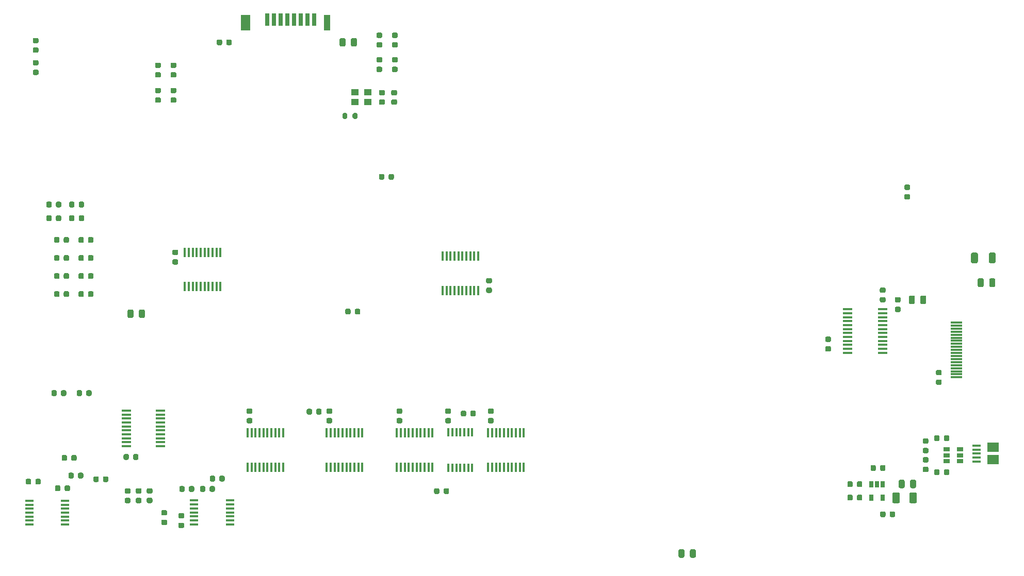
<source format=gbr>
G04 #@! TF.GenerationSoftware,KiCad,Pcbnew,5.1.9+dfsg1-1~bpo10+1*
G04 #@! TF.CreationDate,2023-03-18T13:25:21+01:00*
G04 #@! TF.ProjectId,nubus-to-ztex,6e756275-732d-4746-9f2d-7a7465782e6b,rev?*
G04 #@! TF.SameCoordinates,Original*
G04 #@! TF.FileFunction,Paste,Top*
G04 #@! TF.FilePolarity,Positive*
%FSLAX46Y46*%
G04 Gerber Fmt 4.6, Leading zero omitted, Abs format (unit mm)*
G04 Created by KiCad (PCBNEW 5.1.9+dfsg1-1~bpo10+1) date 2023-03-18 13:25:21*
%MOMM*%
%LPD*%
G01*
G04 APERTURE LIST*
%ADD10R,1.500000X2.600000*%
%ADD11R,1.000000X2.600000*%
%ADD12R,0.700000X2.000000*%
%ADD13R,1.300000X1.100000*%
%ADD14R,1.550000X0.450000*%
%ADD15R,0.450000X1.550000*%
%ADD16R,0.450000X1.450000*%
%ADD17R,1.450000X0.450000*%
%ADD18R,1.570000X0.410000*%
%ADD19R,1.900000X1.500000*%
%ADD20R,1.350000X0.400000*%
%ADD21R,0.650000X1.060000*%
%ADD22R,1.060000X0.650000*%
%ADD23R,1.900000X0.300000*%
G04 APERTURE END LIST*
D10*
X149250000Y-8300000D03*
D11*
X162600000Y-8300000D03*
D12*
X152800000Y-7800000D03*
X153900000Y-7800000D03*
X155000000Y-7800000D03*
X156100000Y-7800000D03*
X157200000Y-7800000D03*
X158300000Y-7800000D03*
X159400000Y-7800000D03*
X160500000Y-7800000D03*
D13*
X169310000Y-21325000D03*
X167210000Y-21325000D03*
X167210000Y-19675000D03*
X169310000Y-19675000D03*
G36*
G01*
X118130000Y-38414584D02*
X118130000Y-37902084D01*
G75*
G02*
X118348750Y-37683334I218750J0D01*
G01*
X118786250Y-37683334D01*
G75*
G02*
X119005000Y-37902084I0J-218750D01*
G01*
X119005000Y-38414584D01*
G75*
G02*
X118786250Y-38633334I-218750J0D01*
G01*
X118348750Y-38633334D01*
G75*
G02*
X118130000Y-38414584I0J218750D01*
G01*
G37*
G36*
G01*
X116555000Y-38414584D02*
X116555000Y-37902084D01*
G75*
G02*
X116773750Y-37683334I218750J0D01*
G01*
X117211250Y-37683334D01*
G75*
G02*
X117430000Y-37902084I0J-218750D01*
G01*
X117430000Y-38414584D01*
G75*
G02*
X117211250Y-38633334I-218750J0D01*
G01*
X116773750Y-38633334D01*
G75*
G02*
X116555000Y-38414584I0J218750D01*
G01*
G37*
G36*
G01*
X118130000Y-40666250D02*
X118130000Y-40153750D01*
G75*
G02*
X118348750Y-39935000I218750J0D01*
G01*
X118786250Y-39935000D01*
G75*
G02*
X119005000Y-40153750I0J-218750D01*
G01*
X119005000Y-40666250D01*
G75*
G02*
X118786250Y-40885000I-218750J0D01*
G01*
X118348750Y-40885000D01*
G75*
G02*
X118130000Y-40666250I0J218750D01*
G01*
G37*
G36*
G01*
X116555000Y-40666250D02*
X116555000Y-40153750D01*
G75*
G02*
X116773750Y-39935000I218750J0D01*
G01*
X117211250Y-39935000D01*
G75*
G02*
X117430000Y-40153750I0J-218750D01*
G01*
X117430000Y-40666250D01*
G75*
G02*
X117211250Y-40885000I-218750J0D01*
G01*
X116773750Y-40885000D01*
G75*
G02*
X116555000Y-40666250I0J218750D01*
G01*
G37*
G36*
G01*
X122702634Y-43720792D02*
X122702634Y-44233292D01*
G75*
G02*
X122483884Y-44452042I-218750J0D01*
G01*
X122046384Y-44452042D01*
G75*
G02*
X121827634Y-44233292I0J218750D01*
G01*
X121827634Y-43720792D01*
G75*
G02*
X122046384Y-43502042I218750J0D01*
G01*
X122483884Y-43502042D01*
G75*
G02*
X122702634Y-43720792I0J-218750D01*
G01*
G37*
G36*
G01*
X124277634Y-43720792D02*
X124277634Y-44233292D01*
G75*
G02*
X124058884Y-44452042I-218750J0D01*
G01*
X123621384Y-44452042D01*
G75*
G02*
X123402634Y-44233292I0J218750D01*
G01*
X123402634Y-43720792D01*
G75*
G02*
X123621384Y-43502042I218750J0D01*
G01*
X124058884Y-43502042D01*
G75*
G02*
X124277634Y-43720792I0J-218750D01*
G01*
G37*
G36*
G01*
X122702634Y-46687458D02*
X122702634Y-47199958D01*
G75*
G02*
X122483884Y-47418708I-218750J0D01*
G01*
X122046384Y-47418708D01*
G75*
G02*
X121827634Y-47199958I0J218750D01*
G01*
X121827634Y-46687458D01*
G75*
G02*
X122046384Y-46468708I218750J0D01*
G01*
X122483884Y-46468708D01*
G75*
G02*
X122702634Y-46687458I0J-218750D01*
G01*
G37*
G36*
G01*
X124277634Y-46687458D02*
X124277634Y-47199958D01*
G75*
G02*
X124058884Y-47418708I-218750J0D01*
G01*
X123621384Y-47418708D01*
G75*
G02*
X123402634Y-47199958I0J218750D01*
G01*
X123402634Y-46687458D01*
G75*
G02*
X123621384Y-46468708I218750J0D01*
G01*
X124058884Y-46468708D01*
G75*
G02*
X124277634Y-46687458I0J-218750D01*
G01*
G37*
G36*
G01*
X122702634Y-49654124D02*
X122702634Y-50166624D01*
G75*
G02*
X122483884Y-50385374I-218750J0D01*
G01*
X122046384Y-50385374D01*
G75*
G02*
X121827634Y-50166624I0J218750D01*
G01*
X121827634Y-49654124D01*
G75*
G02*
X122046384Y-49435374I218750J0D01*
G01*
X122483884Y-49435374D01*
G75*
G02*
X122702634Y-49654124I0J-218750D01*
G01*
G37*
G36*
G01*
X124277634Y-49654124D02*
X124277634Y-50166624D01*
G75*
G02*
X124058884Y-50385374I-218750J0D01*
G01*
X123621384Y-50385374D01*
G75*
G02*
X123402634Y-50166624I0J218750D01*
G01*
X123402634Y-49654124D01*
G75*
G02*
X123621384Y-49435374I218750J0D01*
G01*
X124058884Y-49435374D01*
G75*
G02*
X124277634Y-49654124I0J-218750D01*
G01*
G37*
G36*
G01*
X122702634Y-52620792D02*
X122702634Y-53133292D01*
G75*
G02*
X122483884Y-53352042I-218750J0D01*
G01*
X122046384Y-53352042D01*
G75*
G02*
X121827634Y-53133292I0J218750D01*
G01*
X121827634Y-52620792D01*
G75*
G02*
X122046384Y-52402042I218750J0D01*
G01*
X122483884Y-52402042D01*
G75*
G02*
X122702634Y-52620792I0J-218750D01*
G01*
G37*
G36*
G01*
X124277634Y-52620792D02*
X124277634Y-53133292D01*
G75*
G02*
X124058884Y-53352042I-218750J0D01*
G01*
X123621384Y-53352042D01*
G75*
G02*
X123402634Y-53133292I0J218750D01*
G01*
X123402634Y-52620792D01*
G75*
G02*
X123621384Y-52402042I218750J0D01*
G01*
X124058884Y-52402042D01*
G75*
G02*
X124277634Y-52620792I0J-218750D01*
G01*
G37*
G36*
G01*
X170947939Y-11481035D02*
X171460439Y-11481035D01*
G75*
G02*
X171679189Y-11699785I0J-218750D01*
G01*
X171679189Y-12137285D01*
G75*
G02*
X171460439Y-12356035I-218750J0D01*
G01*
X170947939Y-12356035D01*
G75*
G02*
X170729189Y-12137285I0J218750D01*
G01*
X170729189Y-11699785D01*
G75*
G02*
X170947939Y-11481035I218750J0D01*
G01*
G37*
G36*
G01*
X170947939Y-9906035D02*
X171460439Y-9906035D01*
G75*
G02*
X171679189Y-10124785I0J-218750D01*
G01*
X171679189Y-10562285D01*
G75*
G02*
X171460439Y-10781035I-218750J0D01*
G01*
X170947939Y-10781035D01*
G75*
G02*
X170729189Y-10562285I0J218750D01*
G01*
X170729189Y-10124785D01*
G75*
G02*
X170947939Y-9906035I218750J0D01*
G01*
G37*
G36*
G01*
X173487939Y-11481035D02*
X174000439Y-11481035D01*
G75*
G02*
X174219189Y-11699785I0J-218750D01*
G01*
X174219189Y-12137285D01*
G75*
G02*
X174000439Y-12356035I-218750J0D01*
G01*
X173487939Y-12356035D01*
G75*
G02*
X173269189Y-12137285I0J218750D01*
G01*
X173269189Y-11699785D01*
G75*
G02*
X173487939Y-11481035I218750J0D01*
G01*
G37*
G36*
G01*
X173487939Y-9906035D02*
X174000439Y-9906035D01*
G75*
G02*
X174219189Y-10124785I0J-218750D01*
G01*
X174219189Y-10562285D01*
G75*
G02*
X174000439Y-10781035I-218750J0D01*
G01*
X173487939Y-10781035D01*
G75*
G02*
X173269189Y-10562285I0J218750D01*
G01*
X173269189Y-10124785D01*
G75*
G02*
X173487939Y-9906035I218750J0D01*
G01*
G37*
G36*
G01*
X122410000Y-68893750D02*
X122410000Y-69406250D01*
G75*
G02*
X122191250Y-69625000I-218750J0D01*
G01*
X121753750Y-69625000D01*
G75*
G02*
X121535000Y-69406250I0J218750D01*
G01*
X121535000Y-68893750D01*
G75*
G02*
X121753750Y-68675000I218750J0D01*
G01*
X122191250Y-68675000D01*
G75*
G02*
X122410000Y-68893750I0J-218750D01*
G01*
G37*
G36*
G01*
X123985000Y-68893750D02*
X123985000Y-69406250D01*
G75*
G02*
X123766250Y-69625000I-218750J0D01*
G01*
X123328750Y-69625000D01*
G75*
G02*
X123110000Y-69406250I0J218750D01*
G01*
X123110000Y-68893750D01*
G75*
G02*
X123328750Y-68675000I218750J0D01*
G01*
X123766250Y-68675000D01*
G75*
G02*
X123985000Y-68893750I0J-218750D01*
G01*
G37*
G36*
G01*
X137666250Y-19860293D02*
X137153750Y-19860293D01*
G75*
G02*
X136935000Y-19641543I0J218750D01*
G01*
X136935000Y-19204043D01*
G75*
G02*
X137153750Y-18985293I218750J0D01*
G01*
X137666250Y-18985293D01*
G75*
G02*
X137885000Y-19204043I0J-218750D01*
G01*
X137885000Y-19641543D01*
G75*
G02*
X137666250Y-19860293I-218750J0D01*
G01*
G37*
G36*
G01*
X137666250Y-21435293D02*
X137153750Y-21435293D01*
G75*
G02*
X136935000Y-21216543I0J218750D01*
G01*
X136935000Y-20779043D01*
G75*
G02*
X137153750Y-20560293I218750J0D01*
G01*
X137666250Y-20560293D01*
G75*
G02*
X137885000Y-20779043I0J-218750D01*
G01*
X137885000Y-21216543D01*
G75*
G02*
X137666250Y-21435293I-218750J0D01*
G01*
G37*
G36*
G01*
X135136250Y-19860293D02*
X134623750Y-19860293D01*
G75*
G02*
X134405000Y-19641543I0J218750D01*
G01*
X134405000Y-19204043D01*
G75*
G02*
X134623750Y-18985293I218750J0D01*
G01*
X135136250Y-18985293D01*
G75*
G02*
X135355000Y-19204043I0J-218750D01*
G01*
X135355000Y-19641543D01*
G75*
G02*
X135136250Y-19860293I-218750J0D01*
G01*
G37*
G36*
G01*
X135136250Y-21435293D02*
X134623750Y-21435293D01*
G75*
G02*
X134405000Y-21216543I0J218750D01*
G01*
X134405000Y-20779043D01*
G75*
G02*
X134623750Y-20560293I218750J0D01*
G01*
X135136250Y-20560293D01*
G75*
G02*
X135355000Y-20779043I0J-218750D01*
G01*
X135355000Y-21216543D01*
G75*
G02*
X135136250Y-21435293I-218750J0D01*
G01*
G37*
G36*
G01*
X115056250Y-15300000D02*
X114543750Y-15300000D01*
G75*
G02*
X114325000Y-15081250I0J218750D01*
G01*
X114325000Y-14643750D01*
G75*
G02*
X114543750Y-14425000I218750J0D01*
G01*
X115056250Y-14425000D01*
G75*
G02*
X115275000Y-14643750I0J-218750D01*
G01*
X115275000Y-15081250D01*
G75*
G02*
X115056250Y-15300000I-218750J0D01*
G01*
G37*
G36*
G01*
X115056250Y-16875000D02*
X114543750Y-16875000D01*
G75*
G02*
X114325000Y-16656250I0J218750D01*
G01*
X114325000Y-16218750D01*
G75*
G02*
X114543750Y-16000000I218750J0D01*
G01*
X115056250Y-16000000D01*
G75*
G02*
X115275000Y-16218750I0J-218750D01*
G01*
X115275000Y-16656250D01*
G75*
G02*
X115056250Y-16875000I-218750J0D01*
G01*
G37*
G36*
G01*
X269437500Y-46304998D02*
X269437500Y-47555002D01*
G75*
G02*
X269187502Y-47805000I-249998J0D01*
G01*
X268562498Y-47805000D01*
G75*
G02*
X268312500Y-47555002I0J249998D01*
G01*
X268312500Y-46304998D01*
G75*
G02*
X268562498Y-46055000I249998J0D01*
G01*
X269187502Y-46055000D01*
G75*
G02*
X269437500Y-46304998I0J-249998D01*
G01*
G37*
G36*
G01*
X272362500Y-46304998D02*
X272362500Y-47555002D01*
G75*
G02*
X272112502Y-47805000I-249998J0D01*
G01*
X271487498Y-47805000D01*
G75*
G02*
X271237500Y-47555002I0J249998D01*
G01*
X271237500Y-46304998D01*
G75*
G02*
X271487498Y-46055000I249998J0D01*
G01*
X272112502Y-46055000D01*
G75*
G02*
X272362500Y-46304998I0J-249998D01*
G01*
G37*
G36*
G01*
X166810000Y-23875000D02*
X166810000Y-23325000D01*
G75*
G02*
X167010000Y-23125000I200000J0D01*
G01*
X167410000Y-23125000D01*
G75*
G02*
X167610000Y-23325000I0J-200000D01*
G01*
X167610000Y-23875000D01*
G75*
G02*
X167410000Y-24075000I-200000J0D01*
G01*
X167010000Y-24075000D01*
G75*
G02*
X166810000Y-23875000I0J200000D01*
G01*
G37*
G36*
G01*
X165160000Y-23875000D02*
X165160000Y-23325000D01*
G75*
G02*
X165360000Y-23125000I200000J0D01*
G01*
X165760000Y-23125000D01*
G75*
G02*
X165960000Y-23325000I0J-200000D01*
G01*
X165960000Y-23875000D01*
G75*
G02*
X165760000Y-24075000I-200000J0D01*
G01*
X165360000Y-24075000D01*
G75*
G02*
X165160000Y-23875000I0J200000D01*
G01*
G37*
G36*
G01*
X171885000Y-20225000D02*
X171385000Y-20225000D01*
G75*
G02*
X171160000Y-20000000I0J225000D01*
G01*
X171160000Y-19550000D01*
G75*
G02*
X171385000Y-19325000I225000J0D01*
G01*
X171885000Y-19325000D01*
G75*
G02*
X172110000Y-19550000I0J-225000D01*
G01*
X172110000Y-20000000D01*
G75*
G02*
X171885000Y-20225000I-225000J0D01*
G01*
G37*
G36*
G01*
X171885000Y-21775000D02*
X171385000Y-21775000D01*
G75*
G02*
X171160000Y-21550000I0J225000D01*
G01*
X171160000Y-21100000D01*
G75*
G02*
X171385000Y-20875000I225000J0D01*
G01*
X171885000Y-20875000D01*
G75*
G02*
X172110000Y-21100000I0J-225000D01*
G01*
X172110000Y-21550000D01*
G75*
G02*
X171885000Y-21775000I-225000J0D01*
G01*
G37*
G36*
G01*
X173885000Y-20225000D02*
X173385000Y-20225000D01*
G75*
G02*
X173160000Y-20000000I0J225000D01*
G01*
X173160000Y-19550000D01*
G75*
G02*
X173385000Y-19325000I225000J0D01*
G01*
X173885000Y-19325000D01*
G75*
G02*
X174110000Y-19550000I0J-225000D01*
G01*
X174110000Y-20000000D01*
G75*
G02*
X173885000Y-20225000I-225000J0D01*
G01*
G37*
G36*
G01*
X173885000Y-21775000D02*
X173385000Y-21775000D01*
G75*
G02*
X173160000Y-21550000I0J225000D01*
G01*
X173160000Y-21100000D01*
G75*
G02*
X173385000Y-20875000I225000J0D01*
G01*
X173885000Y-20875000D01*
G75*
G02*
X174110000Y-21100000I0J-225000D01*
G01*
X174110000Y-21550000D01*
G75*
G02*
X173885000Y-21775000I-225000J0D01*
G01*
G37*
G36*
G01*
X270400000Y-50525000D02*
X270400000Y-51475000D01*
G75*
G02*
X270150000Y-51725000I-250000J0D01*
G01*
X269650000Y-51725000D01*
G75*
G02*
X269400000Y-51475000I0J250000D01*
G01*
X269400000Y-50525000D01*
G75*
G02*
X269650000Y-50275000I250000J0D01*
G01*
X270150000Y-50275000D01*
G75*
G02*
X270400000Y-50525000I0J-250000D01*
G01*
G37*
G36*
G01*
X272300000Y-50525000D02*
X272300000Y-51475000D01*
G75*
G02*
X272050000Y-51725000I-250000J0D01*
G01*
X271550000Y-51725000D01*
G75*
G02*
X271300000Y-51475000I0J250000D01*
G01*
X271300000Y-50525000D01*
G75*
G02*
X271550000Y-50275000I250000J0D01*
G01*
X272050000Y-50275000D01*
G75*
G02*
X272300000Y-50525000I0J-250000D01*
G01*
G37*
G36*
G01*
X129215000Y-79896250D02*
X129215000Y-79383750D01*
G75*
G02*
X129433750Y-79165000I218750J0D01*
G01*
X129871250Y-79165000D01*
G75*
G02*
X130090000Y-79383750I0J-218750D01*
G01*
X130090000Y-79896250D01*
G75*
G02*
X129871250Y-80115000I-218750J0D01*
G01*
X129433750Y-80115000D01*
G75*
G02*
X129215000Y-79896250I0J218750D01*
G01*
G37*
G36*
G01*
X130790000Y-79896250D02*
X130790000Y-79383750D01*
G75*
G02*
X131008750Y-79165000I218750J0D01*
G01*
X131446250Y-79165000D01*
G75*
G02*
X131665000Y-79383750I0J-218750D01*
G01*
X131665000Y-79896250D01*
G75*
G02*
X131446250Y-80115000I-218750J0D01*
G01*
X131008750Y-80115000D01*
G75*
G02*
X130790000Y-79896250I0J218750D01*
G01*
G37*
D14*
X135250000Y-77865000D03*
X135250000Y-77215000D03*
X135250000Y-76565000D03*
X135250000Y-75915000D03*
X135250000Y-75265000D03*
X135250000Y-74615000D03*
X135250000Y-73965000D03*
X135250000Y-73315000D03*
X135250000Y-72665000D03*
X135250000Y-72015000D03*
X129650000Y-72015000D03*
X129650000Y-72665000D03*
X129650000Y-73315000D03*
X129650000Y-73965000D03*
X129650000Y-74615000D03*
X129650000Y-75265000D03*
X129650000Y-75915000D03*
X129650000Y-76565000D03*
X129650000Y-77215000D03*
X129650000Y-77865000D03*
G36*
G01*
X189467621Y-52687953D02*
X188955121Y-52687953D01*
G75*
G02*
X188736371Y-52469203I0J218750D01*
G01*
X188736371Y-52031703D01*
G75*
G02*
X188955121Y-51812953I218750J0D01*
G01*
X189467621Y-51812953D01*
G75*
G02*
X189686371Y-52031703I0J-218750D01*
G01*
X189686371Y-52469203D01*
G75*
G02*
X189467621Y-52687953I-218750J0D01*
G01*
G37*
G36*
G01*
X189467621Y-51112953D02*
X188955121Y-51112953D01*
G75*
G02*
X188736371Y-50894203I0J218750D01*
G01*
X188736371Y-50456703D01*
G75*
G02*
X188955121Y-50237953I218750J0D01*
G01*
X189467621Y-50237953D01*
G75*
G02*
X189686371Y-50456703I0J-218750D01*
G01*
X189686371Y-50894203D01*
G75*
G02*
X189467621Y-51112953I-218750J0D01*
G01*
G37*
D15*
X187436371Y-46662953D03*
X186786371Y-46662953D03*
X186136371Y-46662953D03*
X185486371Y-46662953D03*
X184836371Y-46662953D03*
X184186371Y-46662953D03*
X183536371Y-46662953D03*
X182886371Y-46662953D03*
X182236371Y-46662953D03*
X181586371Y-46662953D03*
X181586371Y-52262953D03*
X182236371Y-52262953D03*
X182886371Y-52262953D03*
X183536371Y-52262953D03*
X184186371Y-52262953D03*
X184836371Y-52262953D03*
X185486371Y-52262953D03*
X186136371Y-52262953D03*
X186786371Y-52262953D03*
X187436371Y-52262953D03*
G36*
G01*
X258106250Y-37327500D02*
X257593750Y-37327500D01*
G75*
G02*
X257375000Y-37108750I0J218750D01*
G01*
X257375000Y-36671250D01*
G75*
G02*
X257593750Y-36452500I218750J0D01*
G01*
X258106250Y-36452500D01*
G75*
G02*
X258325000Y-36671250I0J-218750D01*
G01*
X258325000Y-37108750D01*
G75*
G02*
X258106250Y-37327500I-218750J0D01*
G01*
G37*
G36*
G01*
X258106250Y-35752500D02*
X257593750Y-35752500D01*
G75*
G02*
X257375000Y-35533750I0J218750D01*
G01*
X257375000Y-35096250D01*
G75*
G02*
X257593750Y-34877500I218750J0D01*
G01*
X258106250Y-34877500D01*
G75*
G02*
X258325000Y-35096250I0J-218750D01*
G01*
X258325000Y-35533750D01*
G75*
G02*
X258106250Y-35752500I-218750J0D01*
G01*
G37*
G36*
G01*
X134623750Y-14835293D02*
X135136250Y-14835293D01*
G75*
G02*
X135355000Y-15054043I0J-218750D01*
G01*
X135355000Y-15491543D01*
G75*
G02*
X135136250Y-15710293I-218750J0D01*
G01*
X134623750Y-15710293D01*
G75*
G02*
X134405000Y-15491543I0J218750D01*
G01*
X134405000Y-15054043D01*
G75*
G02*
X134623750Y-14835293I218750J0D01*
G01*
G37*
G36*
G01*
X134623750Y-16410293D02*
X135136250Y-16410293D01*
G75*
G02*
X135355000Y-16629043I0J-218750D01*
G01*
X135355000Y-17066543D01*
G75*
G02*
X135136250Y-17285293I-218750J0D01*
G01*
X134623750Y-17285293D01*
G75*
G02*
X134405000Y-17066543I0J218750D01*
G01*
X134405000Y-16629043D01*
G75*
G02*
X134623750Y-16410293I218750J0D01*
G01*
G37*
G36*
G01*
X137163750Y-16410293D02*
X137676250Y-16410293D01*
G75*
G02*
X137895000Y-16629043I0J-218750D01*
G01*
X137895000Y-17066543D01*
G75*
G02*
X137676250Y-17285293I-218750J0D01*
G01*
X137163750Y-17285293D01*
G75*
G02*
X136945000Y-17066543I0J218750D01*
G01*
X136945000Y-16629043D01*
G75*
G02*
X137163750Y-16410293I218750J0D01*
G01*
G37*
G36*
G01*
X137163750Y-14835293D02*
X137676250Y-14835293D01*
G75*
G02*
X137895000Y-15054043I0J-218750D01*
G01*
X137895000Y-15491543D01*
G75*
G02*
X137676250Y-15710293I-218750J0D01*
G01*
X137163750Y-15710293D01*
G75*
G02*
X136945000Y-15491543I0J218750D01*
G01*
X136945000Y-15054043D01*
G75*
G02*
X137163750Y-14835293I218750J0D01*
G01*
G37*
G36*
G01*
X117385000Y-69406250D02*
X117385000Y-68893750D01*
G75*
G02*
X117603750Y-68675000I218750J0D01*
G01*
X118041250Y-68675000D01*
G75*
G02*
X118260000Y-68893750I0J-218750D01*
G01*
X118260000Y-69406250D01*
G75*
G02*
X118041250Y-69625000I-218750J0D01*
G01*
X117603750Y-69625000D01*
G75*
G02*
X117385000Y-69406250I0J218750D01*
G01*
G37*
G36*
G01*
X118960000Y-69406250D02*
X118960000Y-68893750D01*
G75*
G02*
X119178750Y-68675000I218750J0D01*
G01*
X119616250Y-68675000D01*
G75*
G02*
X119835000Y-68893750I0J-218750D01*
G01*
X119835000Y-69406250D01*
G75*
G02*
X119616250Y-69625000I-218750J0D01*
G01*
X119178750Y-69625000D01*
G75*
G02*
X118960000Y-69406250I0J218750D01*
G01*
G37*
G36*
G01*
X174000439Y-14811035D02*
X173487939Y-14811035D01*
G75*
G02*
X173269189Y-14592285I0J218750D01*
G01*
X173269189Y-14154785D01*
G75*
G02*
X173487939Y-13936035I218750J0D01*
G01*
X174000439Y-13936035D01*
G75*
G02*
X174219189Y-14154785I0J-218750D01*
G01*
X174219189Y-14592285D01*
G75*
G02*
X174000439Y-14811035I-218750J0D01*
G01*
G37*
G36*
G01*
X174000439Y-16386035D02*
X173487939Y-16386035D01*
G75*
G02*
X173269189Y-16167285I0J218750D01*
G01*
X173269189Y-15729785D01*
G75*
G02*
X173487939Y-15511035I218750J0D01*
G01*
X174000439Y-15511035D01*
G75*
G02*
X174219189Y-15729785I0J-218750D01*
G01*
X174219189Y-16167285D01*
G75*
G02*
X174000439Y-16386035I-218750J0D01*
G01*
G37*
G36*
G01*
X171460439Y-16386035D02*
X170947939Y-16386035D01*
G75*
G02*
X170729189Y-16167285I0J218750D01*
G01*
X170729189Y-15729785D01*
G75*
G02*
X170947939Y-15511035I218750J0D01*
G01*
X171460439Y-15511035D01*
G75*
G02*
X171679189Y-15729785I0J-218750D01*
G01*
X171679189Y-16167285D01*
G75*
G02*
X171460439Y-16386035I-218750J0D01*
G01*
G37*
G36*
G01*
X171460439Y-14811035D02*
X170947939Y-14811035D01*
G75*
G02*
X170729189Y-14592285I0J218750D01*
G01*
X170729189Y-14154785D01*
G75*
G02*
X170947939Y-13936035I218750J0D01*
G01*
X171460439Y-13936035D01*
G75*
G02*
X171679189Y-14154785I0J-218750D01*
G01*
X171679189Y-14592285D01*
G75*
G02*
X171460439Y-14811035I-218750J0D01*
G01*
G37*
X139275000Y-51600000D03*
X139925000Y-51600000D03*
X140575000Y-51600000D03*
X141225000Y-51600000D03*
X141875000Y-51600000D03*
X142525000Y-51600000D03*
X143175000Y-51600000D03*
X143825000Y-51600000D03*
X144475000Y-51600000D03*
X145125000Y-51600000D03*
X145125000Y-46000000D03*
X144475000Y-46000000D03*
X143825000Y-46000000D03*
X143175000Y-46000000D03*
X142525000Y-46000000D03*
X141875000Y-46000000D03*
X141225000Y-46000000D03*
X140575000Y-46000000D03*
X139925000Y-46000000D03*
X139275000Y-46000000D03*
G36*
G01*
X146975000Y-11243750D02*
X146975000Y-11756250D01*
G75*
G02*
X146756250Y-11975000I-218750J0D01*
G01*
X146318750Y-11975000D01*
G75*
G02*
X146100000Y-11756250I0J218750D01*
G01*
X146100000Y-11243750D01*
G75*
G02*
X146318750Y-11025000I218750J0D01*
G01*
X146756250Y-11025000D01*
G75*
G02*
X146975000Y-11243750I0J-218750D01*
G01*
G37*
G36*
G01*
X145400000Y-11243750D02*
X145400000Y-11756250D01*
G75*
G02*
X145181250Y-11975000I-218750J0D01*
G01*
X144743750Y-11975000D01*
G75*
G02*
X144525000Y-11756250I0J218750D01*
G01*
X144525000Y-11243750D01*
G75*
G02*
X144743750Y-11025000I218750J0D01*
G01*
X145181250Y-11025000D01*
G75*
G02*
X145400000Y-11243750I0J-218750D01*
G01*
G37*
G36*
G01*
X164675000Y-11956250D02*
X164675000Y-11043750D01*
G75*
G02*
X164918750Y-10800000I243750J0D01*
G01*
X165406250Y-10800000D01*
G75*
G02*
X165650000Y-11043750I0J-243750D01*
G01*
X165650000Y-11956250D01*
G75*
G02*
X165406250Y-12200000I-243750J0D01*
G01*
X164918750Y-12200000D01*
G75*
G02*
X164675000Y-11956250I0J243750D01*
G01*
G37*
G36*
G01*
X166550000Y-11956250D02*
X166550000Y-11043750D01*
G75*
G02*
X166793750Y-10800000I243750J0D01*
G01*
X167281250Y-10800000D01*
G75*
G02*
X167525000Y-11043750I0J-243750D01*
G01*
X167525000Y-11956250D01*
G75*
G02*
X167281250Y-12200000I-243750J0D01*
G01*
X166793750Y-12200000D01*
G75*
G02*
X166550000Y-11956250I0J243750D01*
G01*
G37*
G36*
G01*
X137443750Y-45575000D02*
X137956250Y-45575000D01*
G75*
G02*
X138175000Y-45793750I0J-218750D01*
G01*
X138175000Y-46231250D01*
G75*
G02*
X137956250Y-46450000I-218750J0D01*
G01*
X137443750Y-46450000D01*
G75*
G02*
X137225000Y-46231250I0J218750D01*
G01*
X137225000Y-45793750D01*
G75*
G02*
X137443750Y-45575000I218750J0D01*
G01*
G37*
G36*
G01*
X137443750Y-47150000D02*
X137956250Y-47150000D01*
G75*
G02*
X138175000Y-47368750I0J-218750D01*
G01*
X138175000Y-47806250D01*
G75*
G02*
X137956250Y-48025000I-218750J0D01*
G01*
X137443750Y-48025000D01*
G75*
G02*
X137225000Y-47806250I0J218750D01*
G01*
X137225000Y-47368750D01*
G75*
G02*
X137443750Y-47150000I218750J0D01*
G01*
G37*
G36*
G01*
X114050000Y-83443750D02*
X114050000Y-83956250D01*
G75*
G02*
X113831250Y-84175000I-218750J0D01*
G01*
X113393750Y-84175000D01*
G75*
G02*
X113175000Y-83956250I0J218750D01*
G01*
X113175000Y-83443750D01*
G75*
G02*
X113393750Y-83225000I218750J0D01*
G01*
X113831250Y-83225000D01*
G75*
G02*
X114050000Y-83443750I0J-218750D01*
G01*
G37*
G36*
G01*
X115625000Y-83443750D02*
X115625000Y-83956250D01*
G75*
G02*
X115406250Y-84175000I-218750J0D01*
G01*
X114968750Y-84175000D01*
G75*
G02*
X114750000Y-83956250I0J218750D01*
G01*
X114750000Y-83443750D01*
G75*
G02*
X114968750Y-83225000I218750J0D01*
G01*
X115406250Y-83225000D01*
G75*
G02*
X115625000Y-83443750I0J-218750D01*
G01*
G37*
G36*
G01*
X119075000Y-80056250D02*
X119075000Y-79543750D01*
G75*
G02*
X119293750Y-79325000I218750J0D01*
G01*
X119731250Y-79325000D01*
G75*
G02*
X119950000Y-79543750I0J-218750D01*
G01*
X119950000Y-80056250D01*
G75*
G02*
X119731250Y-80275000I-218750J0D01*
G01*
X119293750Y-80275000D01*
G75*
G02*
X119075000Y-80056250I0J218750D01*
G01*
G37*
G36*
G01*
X120650000Y-80056250D02*
X120650000Y-79543750D01*
G75*
G02*
X120868750Y-79325000I218750J0D01*
G01*
X121306250Y-79325000D01*
G75*
G02*
X121525000Y-79543750I0J-218750D01*
G01*
X121525000Y-80056250D01*
G75*
G02*
X121306250Y-80275000I-218750J0D01*
G01*
X120868750Y-80275000D01*
G75*
G02*
X120650000Y-80056250I0J218750D01*
G01*
G37*
G36*
G01*
X125150000Y-83043750D02*
X125150000Y-83556250D01*
G75*
G02*
X124931250Y-83775000I-218750J0D01*
G01*
X124493750Y-83775000D01*
G75*
G02*
X124275000Y-83556250I0J218750D01*
G01*
X124275000Y-83043750D01*
G75*
G02*
X124493750Y-82825000I218750J0D01*
G01*
X124931250Y-82825000D01*
G75*
G02*
X125150000Y-83043750I0J-218750D01*
G01*
G37*
G36*
G01*
X126725000Y-83043750D02*
X126725000Y-83556250D01*
G75*
G02*
X126506250Y-83775000I-218750J0D01*
G01*
X126068750Y-83775000D01*
G75*
G02*
X125850000Y-83556250I0J218750D01*
G01*
X125850000Y-83043750D01*
G75*
G02*
X126068750Y-82825000I218750J0D01*
G01*
X126506250Y-82825000D01*
G75*
G02*
X126725000Y-83043750I0J-218750D01*
G01*
G37*
G36*
G01*
X120175000Y-82956250D02*
X120175000Y-82443750D01*
G75*
G02*
X120393750Y-82225000I218750J0D01*
G01*
X120831250Y-82225000D01*
G75*
G02*
X121050000Y-82443750I0J-218750D01*
G01*
X121050000Y-82956250D01*
G75*
G02*
X120831250Y-83175000I-218750J0D01*
G01*
X120393750Y-83175000D01*
G75*
G02*
X120175000Y-82956250I0J218750D01*
G01*
G37*
G36*
G01*
X121750000Y-82956250D02*
X121750000Y-82443750D01*
G75*
G02*
X121968750Y-82225000I218750J0D01*
G01*
X122406250Y-82225000D01*
G75*
G02*
X122625000Y-82443750I0J-218750D01*
G01*
X122625000Y-82956250D01*
G75*
G02*
X122406250Y-83175000I-218750J0D01*
G01*
X121968750Y-83175000D01*
G75*
G02*
X121750000Y-82956250I0J218750D01*
G01*
G37*
G36*
G01*
X181762661Y-85511747D02*
X181762661Y-84999247D01*
G75*
G02*
X181981411Y-84780497I218750J0D01*
G01*
X182418911Y-84780497D01*
G75*
G02*
X182637661Y-84999247I0J-218750D01*
G01*
X182637661Y-85511747D01*
G75*
G02*
X182418911Y-85730497I-218750J0D01*
G01*
X181981411Y-85730497D01*
G75*
G02*
X181762661Y-85511747I0J218750D01*
G01*
G37*
G36*
G01*
X180187661Y-85511747D02*
X180187661Y-84999247D01*
G75*
G02*
X180406411Y-84780497I218750J0D01*
G01*
X180843911Y-84780497D01*
G75*
G02*
X181062661Y-84999247I0J-218750D01*
G01*
X181062661Y-85511747D01*
G75*
G02*
X180843911Y-85730497I-218750J0D01*
G01*
X180406411Y-85730497D01*
G75*
G02*
X180187661Y-85511747I0J218750D01*
G01*
G37*
G36*
G01*
X187025000Y-72243750D02*
X187025000Y-72756250D01*
G75*
G02*
X186806250Y-72975000I-218750J0D01*
G01*
X186368750Y-72975000D01*
G75*
G02*
X186150000Y-72756250I0J218750D01*
G01*
X186150000Y-72243750D01*
G75*
G02*
X186368750Y-72025000I218750J0D01*
G01*
X186806250Y-72025000D01*
G75*
G02*
X187025000Y-72243750I0J-218750D01*
G01*
G37*
G36*
G01*
X185450000Y-72243750D02*
X185450000Y-72756250D01*
G75*
G02*
X185231250Y-72975000I-218750J0D01*
G01*
X184793750Y-72975000D01*
G75*
G02*
X184575000Y-72756250I0J218750D01*
G01*
X184575000Y-72243750D01*
G75*
G02*
X184793750Y-72025000I218750J0D01*
G01*
X185231250Y-72025000D01*
G75*
G02*
X185450000Y-72243750I0J-218750D01*
G01*
G37*
G36*
G01*
X142650000Y-84643750D02*
X142650000Y-85156250D01*
G75*
G02*
X142431250Y-85375000I-218750J0D01*
G01*
X141993750Y-85375000D01*
G75*
G02*
X141775000Y-85156250I0J218750D01*
G01*
X141775000Y-84643750D01*
G75*
G02*
X141993750Y-84425000I218750J0D01*
G01*
X142431250Y-84425000D01*
G75*
G02*
X142650000Y-84643750I0J-218750D01*
G01*
G37*
G36*
G01*
X144225000Y-84643750D02*
X144225000Y-85156250D01*
G75*
G02*
X144006250Y-85375000I-218750J0D01*
G01*
X143568750Y-85375000D01*
G75*
G02*
X143350000Y-85156250I0J218750D01*
G01*
X143350000Y-84643750D01*
G75*
G02*
X143568750Y-84425000I218750J0D01*
G01*
X144006250Y-84425000D01*
G75*
G02*
X144225000Y-84643750I0J-218750D01*
G01*
G37*
G36*
G01*
X143375000Y-83456250D02*
X143375000Y-82943750D01*
G75*
G02*
X143593750Y-82725000I218750J0D01*
G01*
X144031250Y-82725000D01*
G75*
G02*
X144250000Y-82943750I0J-218750D01*
G01*
X144250000Y-83456250D01*
G75*
G02*
X144031250Y-83675000I-218750J0D01*
G01*
X143593750Y-83675000D01*
G75*
G02*
X143375000Y-83456250I0J218750D01*
G01*
G37*
G36*
G01*
X144950000Y-83456250D02*
X144950000Y-82943750D01*
G75*
G02*
X145168750Y-82725000I218750J0D01*
G01*
X145606250Y-82725000D01*
G75*
G02*
X145825000Y-82943750I0J-218750D01*
G01*
X145825000Y-83456250D01*
G75*
G02*
X145606250Y-83675000I-218750J0D01*
G01*
X145168750Y-83675000D01*
G75*
G02*
X144950000Y-83456250I0J218750D01*
G01*
G37*
G36*
G01*
X136156250Y-89250000D02*
X135643750Y-89250000D01*
G75*
G02*
X135425000Y-89031250I0J218750D01*
G01*
X135425000Y-88593750D01*
G75*
G02*
X135643750Y-88375000I218750J0D01*
G01*
X136156250Y-88375000D01*
G75*
G02*
X136375000Y-88593750I0J-218750D01*
G01*
X136375000Y-89031250D01*
G75*
G02*
X136156250Y-89250000I-218750J0D01*
G01*
G37*
G36*
G01*
X136156250Y-90825000D02*
X135643750Y-90825000D01*
G75*
G02*
X135425000Y-90606250I0J218750D01*
G01*
X135425000Y-90168750D01*
G75*
G02*
X135643750Y-89950000I218750J0D01*
G01*
X136156250Y-89950000D01*
G75*
G02*
X136375000Y-90168750I0J-218750D01*
G01*
X136375000Y-90606250D01*
G75*
G02*
X136156250Y-90825000I-218750J0D01*
G01*
G37*
G36*
G01*
X140825000Y-84643750D02*
X140825000Y-85156250D01*
G75*
G02*
X140606250Y-85375000I-218750J0D01*
G01*
X140168750Y-85375000D01*
G75*
G02*
X139950000Y-85156250I0J218750D01*
G01*
X139950000Y-84643750D01*
G75*
G02*
X140168750Y-84425000I218750J0D01*
G01*
X140606250Y-84425000D01*
G75*
G02*
X140825000Y-84643750I0J-218750D01*
G01*
G37*
G36*
G01*
X139250000Y-84643750D02*
X139250000Y-85156250D01*
G75*
G02*
X139031250Y-85375000I-218750J0D01*
G01*
X138593750Y-85375000D01*
G75*
G02*
X138375000Y-85156250I0J218750D01*
G01*
X138375000Y-84643750D01*
G75*
G02*
X138593750Y-84425000I218750J0D01*
G01*
X139031250Y-84425000D01*
G75*
G02*
X139250000Y-84643750I0J-218750D01*
G01*
G37*
G36*
G01*
X129875000Y-56556250D02*
X129875000Y-55643750D01*
G75*
G02*
X130118750Y-55400000I243750J0D01*
G01*
X130606250Y-55400000D01*
G75*
G02*
X130850000Y-55643750I0J-243750D01*
G01*
X130850000Y-56556250D01*
G75*
G02*
X130606250Y-56800000I-243750J0D01*
G01*
X130118750Y-56800000D01*
G75*
G02*
X129875000Y-56556250I0J243750D01*
G01*
G37*
G36*
G01*
X131750000Y-56556250D02*
X131750000Y-55643750D01*
G75*
G02*
X131993750Y-55400000I243750J0D01*
G01*
X132481250Y-55400000D01*
G75*
G02*
X132725000Y-55643750I0J-243750D01*
G01*
X132725000Y-56556250D01*
G75*
G02*
X132481250Y-56800000I-243750J0D01*
G01*
X131993750Y-56800000D01*
G75*
G02*
X131750000Y-56556250I0J243750D01*
G01*
G37*
G36*
G01*
X114543750Y-10775000D02*
X115056250Y-10775000D01*
G75*
G02*
X115275000Y-10993750I0J-218750D01*
G01*
X115275000Y-11431250D01*
G75*
G02*
X115056250Y-11650000I-218750J0D01*
G01*
X114543750Y-11650000D01*
G75*
G02*
X114325000Y-11431250I0J218750D01*
G01*
X114325000Y-10993750D01*
G75*
G02*
X114543750Y-10775000I218750J0D01*
G01*
G37*
G36*
G01*
X114543750Y-12350000D02*
X115056250Y-12350000D01*
G75*
G02*
X115275000Y-12568750I0J-218750D01*
G01*
X115275000Y-13006250D01*
G75*
G02*
X115056250Y-13225000I-218750J0D01*
G01*
X114543750Y-13225000D01*
G75*
G02*
X114325000Y-13006250I0J218750D01*
G01*
X114325000Y-12568750D01*
G75*
G02*
X114543750Y-12350000I218750J0D01*
G01*
G37*
G36*
G01*
X182756250Y-74125000D02*
X182243750Y-74125000D01*
G75*
G02*
X182025000Y-73906250I0J218750D01*
G01*
X182025000Y-73468750D01*
G75*
G02*
X182243750Y-73250000I218750J0D01*
G01*
X182756250Y-73250000D01*
G75*
G02*
X182975000Y-73468750I0J-218750D01*
G01*
X182975000Y-73906250D01*
G75*
G02*
X182756250Y-74125000I-218750J0D01*
G01*
G37*
G36*
G01*
X182756250Y-72550000D02*
X182243750Y-72550000D01*
G75*
G02*
X182025000Y-72331250I0J218750D01*
G01*
X182025000Y-71893750D01*
G75*
G02*
X182243750Y-71675000I218750J0D01*
G01*
X182756250Y-71675000D01*
G75*
G02*
X182975000Y-71893750I0J-218750D01*
G01*
X182975000Y-72331250D01*
G75*
G02*
X182756250Y-72550000I-218750J0D01*
G01*
G37*
D16*
X182550000Y-81450000D03*
X183200000Y-81450000D03*
X183850000Y-81450000D03*
X184500000Y-81450000D03*
X185150000Y-81450000D03*
X185800000Y-81450000D03*
X186450000Y-81450000D03*
X186450000Y-75550000D03*
X185800000Y-75550000D03*
X185150000Y-75550000D03*
X184500000Y-75550000D03*
X183850000Y-75550000D03*
X183200000Y-75550000D03*
X182550000Y-75550000D03*
D15*
X162575000Y-81300000D03*
X163225000Y-81300000D03*
X163875000Y-81300000D03*
X164525000Y-81300000D03*
X165175000Y-81300000D03*
X165825000Y-81300000D03*
X166475000Y-81300000D03*
X167125000Y-81300000D03*
X167775000Y-81300000D03*
X168425000Y-81300000D03*
X168425000Y-75700000D03*
X167775000Y-75700000D03*
X167125000Y-75700000D03*
X166475000Y-75700000D03*
X165825000Y-75700000D03*
X165175000Y-75700000D03*
X164525000Y-75700000D03*
X163875000Y-75700000D03*
X163225000Y-75700000D03*
X162575000Y-75700000D03*
X189075000Y-75700000D03*
X189725000Y-75700000D03*
X190375000Y-75700000D03*
X191025000Y-75700000D03*
X191675000Y-75700000D03*
X192325000Y-75700000D03*
X192975000Y-75700000D03*
X193625000Y-75700000D03*
X194275000Y-75700000D03*
X194925000Y-75700000D03*
X194925000Y-81300000D03*
X194275000Y-81300000D03*
X193625000Y-81300000D03*
X192975000Y-81300000D03*
X192325000Y-81300000D03*
X191675000Y-81300000D03*
X191025000Y-81300000D03*
X190375000Y-81300000D03*
X189725000Y-81300000D03*
X189075000Y-81300000D03*
X174075000Y-81300000D03*
X174725000Y-81300000D03*
X175375000Y-81300000D03*
X176025000Y-81300000D03*
X176675000Y-81300000D03*
X177325000Y-81300000D03*
X177975000Y-81300000D03*
X178625000Y-81300000D03*
X179275000Y-81300000D03*
X179925000Y-81300000D03*
X179925000Y-75700000D03*
X179275000Y-75700000D03*
X178625000Y-75700000D03*
X177975000Y-75700000D03*
X177325000Y-75700000D03*
X176675000Y-75700000D03*
X176025000Y-75700000D03*
X175375000Y-75700000D03*
X174725000Y-75700000D03*
X174075000Y-75700000D03*
X149575000Y-81300000D03*
X150225000Y-81300000D03*
X150875000Y-81300000D03*
X151525000Y-81300000D03*
X152175000Y-81300000D03*
X152825000Y-81300000D03*
X153475000Y-81300000D03*
X154125000Y-81300000D03*
X154775000Y-81300000D03*
X155425000Y-81300000D03*
X155425000Y-75700000D03*
X154775000Y-75700000D03*
X154125000Y-75700000D03*
X153475000Y-75700000D03*
X152825000Y-75700000D03*
X152175000Y-75700000D03*
X151525000Y-75700000D03*
X150875000Y-75700000D03*
X150225000Y-75700000D03*
X149575000Y-75700000D03*
G36*
G01*
X120425000Y-84523750D02*
X120425000Y-85036250D01*
G75*
G02*
X120206250Y-85255000I-218750J0D01*
G01*
X119768750Y-85255000D01*
G75*
G02*
X119550000Y-85036250I0J218750D01*
G01*
X119550000Y-84523750D01*
G75*
G02*
X119768750Y-84305000I218750J0D01*
G01*
X120206250Y-84305000D01*
G75*
G02*
X120425000Y-84523750I0J-218750D01*
G01*
G37*
G36*
G01*
X118850000Y-84523750D02*
X118850000Y-85036250D01*
G75*
G02*
X118631250Y-85255000I-218750J0D01*
G01*
X118193750Y-85255000D01*
G75*
G02*
X117975000Y-85036250I0J218750D01*
G01*
X117975000Y-84523750D01*
G75*
G02*
X118193750Y-84305000I218750J0D01*
G01*
X118631250Y-84305000D01*
G75*
G02*
X118850000Y-84523750I0J-218750D01*
G01*
G37*
D17*
X113750000Y-86830000D03*
X113750000Y-87480000D03*
X113750000Y-88130000D03*
X113750000Y-88780000D03*
X113750000Y-89430000D03*
X113750000Y-90080000D03*
X113750000Y-90730000D03*
X119650000Y-90730000D03*
X119650000Y-90080000D03*
X119650000Y-89430000D03*
X119650000Y-88780000D03*
X119650000Y-88130000D03*
X119650000Y-87480000D03*
X119650000Y-86830000D03*
G36*
G01*
X138956250Y-89750000D02*
X138443750Y-89750000D01*
G75*
G02*
X138225000Y-89531250I0J218750D01*
G01*
X138225000Y-89093750D01*
G75*
G02*
X138443750Y-88875000I218750J0D01*
G01*
X138956250Y-88875000D01*
G75*
G02*
X139175000Y-89093750I0J-218750D01*
G01*
X139175000Y-89531250D01*
G75*
G02*
X138956250Y-89750000I-218750J0D01*
G01*
G37*
G36*
G01*
X138956250Y-91325000D02*
X138443750Y-91325000D01*
G75*
G02*
X138225000Y-91106250I0J218750D01*
G01*
X138225000Y-90668750D01*
G75*
G02*
X138443750Y-90450000I218750J0D01*
G01*
X138956250Y-90450000D01*
G75*
G02*
X139175000Y-90668750I0J-218750D01*
G01*
X139175000Y-91106250D01*
G75*
G02*
X138956250Y-91325000I-218750J0D01*
G01*
G37*
X146700000Y-90700000D03*
X146700000Y-90050000D03*
X146700000Y-89400000D03*
X146700000Y-88750000D03*
X146700000Y-88100000D03*
X146700000Y-87450000D03*
X146700000Y-86800000D03*
X140800000Y-86800000D03*
X140800000Y-87450000D03*
X140800000Y-88100000D03*
X140800000Y-88750000D03*
X140800000Y-89400000D03*
X140800000Y-90050000D03*
X140800000Y-90700000D03*
D18*
X248080000Y-55375000D03*
X248080000Y-56025000D03*
X248080000Y-56675000D03*
X248080000Y-57325000D03*
X248080000Y-57975000D03*
X248080000Y-58625000D03*
X248080000Y-59275000D03*
X248080000Y-59925000D03*
X248080000Y-60575000D03*
X248080000Y-61225000D03*
X248080000Y-61875000D03*
X248080000Y-62525000D03*
X253820000Y-62525000D03*
X253820000Y-61875000D03*
X253820000Y-61225000D03*
X253820000Y-60575000D03*
X253820000Y-59925000D03*
X253820000Y-59275000D03*
X253820000Y-58625000D03*
X253820000Y-57975000D03*
X253820000Y-57325000D03*
X253820000Y-56675000D03*
X253820000Y-56025000D03*
X253820000Y-55375000D03*
G36*
G01*
X119402634Y-53133292D02*
X119402634Y-52620792D01*
G75*
G02*
X119621384Y-52402042I218750J0D01*
G01*
X120058884Y-52402042D01*
G75*
G02*
X120277634Y-52620792I0J-218750D01*
G01*
X120277634Y-53133292D01*
G75*
G02*
X120058884Y-53352042I-218750J0D01*
G01*
X119621384Y-53352042D01*
G75*
G02*
X119402634Y-53133292I0J218750D01*
G01*
G37*
G36*
G01*
X117827634Y-53133292D02*
X117827634Y-52620792D01*
G75*
G02*
X118046384Y-52402042I218750J0D01*
G01*
X118483884Y-52402042D01*
G75*
G02*
X118702634Y-52620792I0J-218750D01*
G01*
X118702634Y-53133292D01*
G75*
G02*
X118483884Y-53352042I-218750J0D01*
G01*
X118046384Y-53352042D01*
G75*
G02*
X117827634Y-53133292I0J218750D01*
G01*
G37*
G36*
G01*
X117827634Y-44233292D02*
X117827634Y-43720792D01*
G75*
G02*
X118046384Y-43502042I218750J0D01*
G01*
X118483884Y-43502042D01*
G75*
G02*
X118702634Y-43720792I0J-218750D01*
G01*
X118702634Y-44233292D01*
G75*
G02*
X118483884Y-44452042I-218750J0D01*
G01*
X118046384Y-44452042D01*
G75*
G02*
X117827634Y-44233292I0J218750D01*
G01*
G37*
G36*
G01*
X119402634Y-44233292D02*
X119402634Y-43720792D01*
G75*
G02*
X119621384Y-43502042I218750J0D01*
G01*
X120058884Y-43502042D01*
G75*
G02*
X120277634Y-43720792I0J-218750D01*
G01*
X120277634Y-44233292D01*
G75*
G02*
X120058884Y-44452042I-218750J0D01*
G01*
X119621384Y-44452042D01*
G75*
G02*
X119402634Y-44233292I0J218750D01*
G01*
G37*
G36*
G01*
X119402634Y-47199958D02*
X119402634Y-46687458D01*
G75*
G02*
X119621384Y-46468708I218750J0D01*
G01*
X120058884Y-46468708D01*
G75*
G02*
X120277634Y-46687458I0J-218750D01*
G01*
X120277634Y-47199958D01*
G75*
G02*
X120058884Y-47418708I-218750J0D01*
G01*
X119621384Y-47418708D01*
G75*
G02*
X119402634Y-47199958I0J218750D01*
G01*
G37*
G36*
G01*
X117827634Y-47199958D02*
X117827634Y-46687458D01*
G75*
G02*
X118046384Y-46468708I218750J0D01*
G01*
X118483884Y-46468708D01*
G75*
G02*
X118702634Y-46687458I0J-218750D01*
G01*
X118702634Y-47199958D01*
G75*
G02*
X118483884Y-47418708I-218750J0D01*
G01*
X118046384Y-47418708D01*
G75*
G02*
X117827634Y-47199958I0J218750D01*
G01*
G37*
G36*
G01*
X117827634Y-50166624D02*
X117827634Y-49654124D01*
G75*
G02*
X118046384Y-49435374I218750J0D01*
G01*
X118483884Y-49435374D01*
G75*
G02*
X118702634Y-49654124I0J-218750D01*
G01*
X118702634Y-50166624D01*
G75*
G02*
X118483884Y-50385374I-218750J0D01*
G01*
X118046384Y-50385374D01*
G75*
G02*
X117827634Y-50166624I0J218750D01*
G01*
G37*
G36*
G01*
X119402634Y-50166624D02*
X119402634Y-49654124D01*
G75*
G02*
X119621384Y-49435374I218750J0D01*
G01*
X120058884Y-49435374D01*
G75*
G02*
X120277634Y-49654124I0J-218750D01*
G01*
X120277634Y-50166624D01*
G75*
G02*
X120058884Y-50385374I-218750J0D01*
G01*
X119621384Y-50385374D01*
G75*
G02*
X119402634Y-50166624I0J218750D01*
G01*
G37*
D19*
X271897500Y-78070000D03*
D20*
X269197500Y-79720000D03*
X269197500Y-80370000D03*
X269197500Y-77770000D03*
X269197500Y-78420000D03*
X269197500Y-79070000D03*
D19*
X271897500Y-80070000D03*
G36*
G01*
X163256250Y-72550000D02*
X162743750Y-72550000D01*
G75*
G02*
X162525000Y-72331250I0J218750D01*
G01*
X162525000Y-71893750D01*
G75*
G02*
X162743750Y-71675000I218750J0D01*
G01*
X163256250Y-71675000D01*
G75*
G02*
X163475000Y-71893750I0J-218750D01*
G01*
X163475000Y-72331250D01*
G75*
G02*
X163256250Y-72550000I-218750J0D01*
G01*
G37*
G36*
G01*
X163256250Y-74125000D02*
X162743750Y-74125000D01*
G75*
G02*
X162525000Y-73906250I0J218750D01*
G01*
X162525000Y-73468750D01*
G75*
G02*
X162743750Y-73250000I218750J0D01*
G01*
X163256250Y-73250000D01*
G75*
G02*
X163475000Y-73468750I0J-218750D01*
G01*
X163475000Y-73906250D01*
G75*
G02*
X163256250Y-74125000I-218750J0D01*
G01*
G37*
G36*
G01*
X174756250Y-74125000D02*
X174243750Y-74125000D01*
G75*
G02*
X174025000Y-73906250I0J218750D01*
G01*
X174025000Y-73468750D01*
G75*
G02*
X174243750Y-73250000I218750J0D01*
G01*
X174756250Y-73250000D01*
G75*
G02*
X174975000Y-73468750I0J-218750D01*
G01*
X174975000Y-73906250D01*
G75*
G02*
X174756250Y-74125000I-218750J0D01*
G01*
G37*
G36*
G01*
X174756250Y-72550000D02*
X174243750Y-72550000D01*
G75*
G02*
X174025000Y-72331250I0J218750D01*
G01*
X174025000Y-71893750D01*
G75*
G02*
X174243750Y-71675000I218750J0D01*
G01*
X174756250Y-71675000D01*
G75*
G02*
X174975000Y-71893750I0J-218750D01*
G01*
X174975000Y-72331250D01*
G75*
G02*
X174756250Y-72550000I-218750J0D01*
G01*
G37*
G36*
G01*
X189756250Y-72550000D02*
X189243750Y-72550000D01*
G75*
G02*
X189025000Y-72331250I0J218750D01*
G01*
X189025000Y-71893750D01*
G75*
G02*
X189243750Y-71675000I218750J0D01*
G01*
X189756250Y-71675000D01*
G75*
G02*
X189975000Y-71893750I0J-218750D01*
G01*
X189975000Y-72331250D01*
G75*
G02*
X189756250Y-72550000I-218750J0D01*
G01*
G37*
G36*
G01*
X189756250Y-74125000D02*
X189243750Y-74125000D01*
G75*
G02*
X189025000Y-73906250I0J218750D01*
G01*
X189025000Y-73468750D01*
G75*
G02*
X189243750Y-73250000I218750J0D01*
G01*
X189756250Y-73250000D01*
G75*
G02*
X189975000Y-73468750I0J-218750D01*
G01*
X189975000Y-73906250D01*
G75*
G02*
X189756250Y-74125000I-218750J0D01*
G01*
G37*
G36*
G01*
X150156250Y-74125000D02*
X149643750Y-74125000D01*
G75*
G02*
X149425000Y-73906250I0J218750D01*
G01*
X149425000Y-73468750D01*
G75*
G02*
X149643750Y-73250000I218750J0D01*
G01*
X150156250Y-73250000D01*
G75*
G02*
X150375000Y-73468750I0J-218750D01*
G01*
X150375000Y-73906250D01*
G75*
G02*
X150156250Y-74125000I-218750J0D01*
G01*
G37*
G36*
G01*
X150156250Y-72550000D02*
X149643750Y-72550000D01*
G75*
G02*
X149425000Y-72331250I0J218750D01*
G01*
X149425000Y-71893750D01*
G75*
G02*
X149643750Y-71675000I218750J0D01*
G01*
X150156250Y-71675000D01*
G75*
G02*
X150375000Y-71893750I0J-218750D01*
G01*
X150375000Y-72331250D01*
G75*
G02*
X150156250Y-72550000I-218750J0D01*
G01*
G37*
G36*
G01*
X220312500Y-95956250D02*
X220312500Y-95043750D01*
G75*
G02*
X220556250Y-94800000I243750J0D01*
G01*
X221043750Y-94800000D01*
G75*
G02*
X221287500Y-95043750I0J-243750D01*
G01*
X221287500Y-95956250D01*
G75*
G02*
X221043750Y-96200000I-243750J0D01*
G01*
X220556250Y-96200000D01*
G75*
G02*
X220312500Y-95956250I0J243750D01*
G01*
G37*
G36*
G01*
X222187500Y-95956250D02*
X222187500Y-95043750D01*
G75*
G02*
X222431250Y-94800000I243750J0D01*
G01*
X222918750Y-94800000D01*
G75*
G02*
X223162500Y-95043750I0J-243750D01*
G01*
X223162500Y-95956250D01*
G75*
G02*
X222918750Y-96200000I-243750J0D01*
G01*
X222431250Y-96200000D01*
G75*
G02*
X222187500Y-95956250I0J243750D01*
G01*
G37*
G36*
G01*
X131954092Y-85657091D02*
X131441592Y-85657091D01*
G75*
G02*
X131222842Y-85438341I0J218750D01*
G01*
X131222842Y-85000841D01*
G75*
G02*
X131441592Y-84782091I218750J0D01*
G01*
X131954092Y-84782091D01*
G75*
G02*
X132172842Y-85000841I0J-218750D01*
G01*
X132172842Y-85438341D01*
G75*
G02*
X131954092Y-85657091I-218750J0D01*
G01*
G37*
G36*
G01*
X131954092Y-87232091D02*
X131441592Y-87232091D01*
G75*
G02*
X131222842Y-87013341I0J218750D01*
G01*
X131222842Y-86575841D01*
G75*
G02*
X131441592Y-86357091I218750J0D01*
G01*
X131954092Y-86357091D01*
G75*
G02*
X132172842Y-86575841I0J-218750D01*
G01*
X132172842Y-87013341D01*
G75*
G02*
X131954092Y-87232091I-218750J0D01*
G01*
G37*
G36*
G01*
X130154092Y-87232091D02*
X129641592Y-87232091D01*
G75*
G02*
X129422842Y-87013341I0J218750D01*
G01*
X129422842Y-86575841D01*
G75*
G02*
X129641592Y-86357091I218750J0D01*
G01*
X130154092Y-86357091D01*
G75*
G02*
X130372842Y-86575841I0J-218750D01*
G01*
X130372842Y-87013341D01*
G75*
G02*
X130154092Y-87232091I-218750J0D01*
G01*
G37*
G36*
G01*
X130154092Y-85657091D02*
X129641592Y-85657091D01*
G75*
G02*
X129422842Y-85438341I0J218750D01*
G01*
X129422842Y-85000841D01*
G75*
G02*
X129641592Y-84782091I218750J0D01*
G01*
X130154092Y-84782091D01*
G75*
G02*
X130372842Y-85000841I0J-218750D01*
G01*
X130372842Y-85438341D01*
G75*
G02*
X130154092Y-85657091I-218750J0D01*
G01*
G37*
G36*
G01*
X133754092Y-87232091D02*
X133241592Y-87232091D01*
G75*
G02*
X133022842Y-87013341I0J218750D01*
G01*
X133022842Y-86575841D01*
G75*
G02*
X133241592Y-86357091I218750J0D01*
G01*
X133754092Y-86357091D01*
G75*
G02*
X133972842Y-86575841I0J-218750D01*
G01*
X133972842Y-87013341D01*
G75*
G02*
X133754092Y-87232091I-218750J0D01*
G01*
G37*
G36*
G01*
X133754092Y-85657091D02*
X133241592Y-85657091D01*
G75*
G02*
X133022842Y-85438341I0J218750D01*
G01*
X133022842Y-85000841D01*
G75*
G02*
X133241592Y-84782091I218750J0D01*
G01*
X133754092Y-84782091D01*
G75*
G02*
X133972842Y-85000841I0J-218750D01*
G01*
X133972842Y-85438341D01*
G75*
G02*
X133754092Y-85657091I-218750J0D01*
G01*
G37*
G36*
G01*
X254076250Y-54245000D02*
X253563750Y-54245000D01*
G75*
G02*
X253345000Y-54026250I0J218750D01*
G01*
X253345000Y-53588750D01*
G75*
G02*
X253563750Y-53370000I218750J0D01*
G01*
X254076250Y-53370000D01*
G75*
G02*
X254295000Y-53588750I0J-218750D01*
G01*
X254295000Y-54026250D01*
G75*
G02*
X254076250Y-54245000I-218750J0D01*
G01*
G37*
G36*
G01*
X254076250Y-52670000D02*
X253563750Y-52670000D01*
G75*
G02*
X253345000Y-52451250I0J218750D01*
G01*
X253345000Y-52013750D01*
G75*
G02*
X253563750Y-51795000I218750J0D01*
G01*
X254076250Y-51795000D01*
G75*
G02*
X254295000Y-52013750I0J-218750D01*
G01*
X254295000Y-52451250D01*
G75*
G02*
X254076250Y-52670000I-218750J0D01*
G01*
G37*
G36*
G01*
X173600000Y-33343750D02*
X173600000Y-33856250D01*
G75*
G02*
X173381250Y-34075000I-218750J0D01*
G01*
X172943750Y-34075000D01*
G75*
G02*
X172725000Y-33856250I0J218750D01*
G01*
X172725000Y-33343750D01*
G75*
G02*
X172943750Y-33125000I218750J0D01*
G01*
X173381250Y-33125000D01*
G75*
G02*
X173600000Y-33343750I0J-218750D01*
G01*
G37*
G36*
G01*
X172025000Y-33343750D02*
X172025000Y-33856250D01*
G75*
G02*
X171806250Y-34075000I-218750J0D01*
G01*
X171368750Y-34075000D01*
G75*
G02*
X171150000Y-33856250I0J218750D01*
G01*
X171150000Y-33343750D01*
G75*
G02*
X171368750Y-33125000I218750J0D01*
G01*
X171806250Y-33125000D01*
G75*
G02*
X172025000Y-33343750I0J-218750D01*
G01*
G37*
G36*
G01*
X254980000Y-89316250D02*
X254980000Y-88803750D01*
G75*
G02*
X255198750Y-88585000I218750J0D01*
G01*
X255636250Y-88585000D01*
G75*
G02*
X255855000Y-88803750I0J-218750D01*
G01*
X255855000Y-89316250D01*
G75*
G02*
X255636250Y-89535000I-218750J0D01*
G01*
X255198750Y-89535000D01*
G75*
G02*
X254980000Y-89316250I0J218750D01*
G01*
G37*
G36*
G01*
X253405000Y-89316250D02*
X253405000Y-88803750D01*
G75*
G02*
X253623750Y-88585000I218750J0D01*
G01*
X254061250Y-88585000D01*
G75*
G02*
X254280000Y-88803750I0J-218750D01*
G01*
X254280000Y-89316250D01*
G75*
G02*
X254061250Y-89535000I-218750J0D01*
G01*
X253623750Y-89535000D01*
G75*
G02*
X253405000Y-89316250I0J218750D01*
G01*
G37*
G36*
G01*
X254275000Y-81203750D02*
X254275000Y-81716250D01*
G75*
G02*
X254056250Y-81935000I-218750J0D01*
G01*
X253618750Y-81935000D01*
G75*
G02*
X253400000Y-81716250I0J218750D01*
G01*
X253400000Y-81203750D01*
G75*
G02*
X253618750Y-80985000I218750J0D01*
G01*
X254056250Y-80985000D01*
G75*
G02*
X254275000Y-81203750I0J-218750D01*
G01*
G37*
G36*
G01*
X252700000Y-81203750D02*
X252700000Y-81716250D01*
G75*
G02*
X252481250Y-81935000I-218750J0D01*
G01*
X252043750Y-81935000D01*
G75*
G02*
X251825000Y-81716250I0J218750D01*
G01*
X251825000Y-81203750D01*
G75*
G02*
X252043750Y-80985000I218750J0D01*
G01*
X252481250Y-80985000D01*
G75*
G02*
X252700000Y-81203750I0J-218750D01*
G01*
G37*
G36*
G01*
X259435000Y-85735000D02*
X259435000Y-86985000D01*
G75*
G02*
X259185000Y-87235000I-250000J0D01*
G01*
X258435000Y-87235000D01*
G75*
G02*
X258185000Y-86985000I0J250000D01*
G01*
X258185000Y-85735000D01*
G75*
G02*
X258435000Y-85485000I250000J0D01*
G01*
X259185000Y-85485000D01*
G75*
G02*
X259435000Y-85735000I0J-250000D01*
G01*
G37*
G36*
G01*
X256635000Y-85735000D02*
X256635000Y-86985000D01*
G75*
G02*
X256385000Y-87235000I-250000J0D01*
G01*
X255635000Y-87235000D01*
G75*
G02*
X255385000Y-86985000I0J250000D01*
G01*
X255385000Y-85735000D01*
G75*
G02*
X255635000Y-85485000I250000J0D01*
G01*
X256385000Y-85485000D01*
G75*
G02*
X256635000Y-85735000I0J-250000D01*
G01*
G37*
G36*
G01*
X256445000Y-84526250D02*
X256445000Y-83613750D01*
G75*
G02*
X256688750Y-83370000I243750J0D01*
G01*
X257176250Y-83370000D01*
G75*
G02*
X257420000Y-83613750I0J-243750D01*
G01*
X257420000Y-84526250D01*
G75*
G02*
X257176250Y-84770000I-243750J0D01*
G01*
X256688750Y-84770000D01*
G75*
G02*
X256445000Y-84526250I0J243750D01*
G01*
G37*
G36*
G01*
X258320000Y-84526250D02*
X258320000Y-83613750D01*
G75*
G02*
X258563750Y-83370000I243750J0D01*
G01*
X259051250Y-83370000D01*
G75*
G02*
X259295000Y-83613750I0J-243750D01*
G01*
X259295000Y-84526250D01*
G75*
G02*
X259051250Y-84770000I-243750J0D01*
G01*
X258563750Y-84770000D01*
G75*
G02*
X258320000Y-84526250I0J243750D01*
G01*
G37*
D21*
X253850000Y-84110000D03*
X252900000Y-84110000D03*
X251950000Y-84110000D03*
X251950000Y-86310000D03*
X253850000Y-86310000D03*
D22*
X266500000Y-80305000D03*
X266500000Y-79355000D03*
X266500000Y-78405000D03*
X264300000Y-78405000D03*
X264300000Y-80305000D03*
X264300000Y-79355000D03*
G36*
G01*
X263160000Y-76303750D02*
X263160000Y-76816250D01*
G75*
G02*
X262941250Y-77035000I-218750J0D01*
G01*
X262503750Y-77035000D01*
G75*
G02*
X262285000Y-76816250I0J218750D01*
G01*
X262285000Y-76303750D01*
G75*
G02*
X262503750Y-76085000I218750J0D01*
G01*
X262941250Y-76085000D01*
G75*
G02*
X263160000Y-76303750I0J-218750D01*
G01*
G37*
G36*
G01*
X264735000Y-76303750D02*
X264735000Y-76816250D01*
G75*
G02*
X264516250Y-77035000I-218750J0D01*
G01*
X264078750Y-77035000D01*
G75*
G02*
X263860000Y-76816250I0J218750D01*
G01*
X263860000Y-76303750D01*
G75*
G02*
X264078750Y-76085000I218750J0D01*
G01*
X264516250Y-76085000D01*
G75*
G02*
X264735000Y-76303750I0J-218750D01*
G01*
G37*
G36*
G01*
X264735000Y-81893750D02*
X264735000Y-82406250D01*
G75*
G02*
X264516250Y-82625000I-218750J0D01*
G01*
X264078750Y-82625000D01*
G75*
G02*
X263860000Y-82406250I0J218750D01*
G01*
X263860000Y-81893750D01*
G75*
G02*
X264078750Y-81675000I218750J0D01*
G01*
X264516250Y-81675000D01*
G75*
G02*
X264735000Y-81893750I0J-218750D01*
G01*
G37*
G36*
G01*
X263160000Y-81893750D02*
X263160000Y-82406250D01*
G75*
G02*
X262941250Y-82625000I-218750J0D01*
G01*
X262503750Y-82625000D01*
G75*
G02*
X262285000Y-82406250I0J218750D01*
G01*
X262285000Y-81893750D01*
G75*
G02*
X262503750Y-81675000I218750J0D01*
G01*
X262941250Y-81675000D01*
G75*
G02*
X263160000Y-81893750I0J-218750D01*
G01*
G37*
G36*
G01*
X261116250Y-80550000D02*
X260603750Y-80550000D01*
G75*
G02*
X260385000Y-80331250I0J218750D01*
G01*
X260385000Y-79893750D01*
G75*
G02*
X260603750Y-79675000I218750J0D01*
G01*
X261116250Y-79675000D01*
G75*
G02*
X261335000Y-79893750I0J-218750D01*
G01*
X261335000Y-80331250D01*
G75*
G02*
X261116250Y-80550000I-218750J0D01*
G01*
G37*
G36*
G01*
X261116250Y-82125000D02*
X260603750Y-82125000D01*
G75*
G02*
X260385000Y-81906250I0J218750D01*
G01*
X260385000Y-81468750D01*
G75*
G02*
X260603750Y-81250000I218750J0D01*
G01*
X261116250Y-81250000D01*
G75*
G02*
X261335000Y-81468750I0J-218750D01*
G01*
X261335000Y-81906250D01*
G75*
G02*
X261116250Y-82125000I-218750J0D01*
G01*
G37*
G36*
G01*
X250465000Y-86053750D02*
X250465000Y-86566250D01*
G75*
G02*
X250246250Y-86785000I-218750J0D01*
G01*
X249808750Y-86785000D01*
G75*
G02*
X249590000Y-86566250I0J218750D01*
G01*
X249590000Y-86053750D01*
G75*
G02*
X249808750Y-85835000I218750J0D01*
G01*
X250246250Y-85835000D01*
G75*
G02*
X250465000Y-86053750I0J-218750D01*
G01*
G37*
G36*
G01*
X248890000Y-86053750D02*
X248890000Y-86566250D01*
G75*
G02*
X248671250Y-86785000I-218750J0D01*
G01*
X248233750Y-86785000D01*
G75*
G02*
X248015000Y-86566250I0J218750D01*
G01*
X248015000Y-86053750D01*
G75*
G02*
X248233750Y-85835000I218750J0D01*
G01*
X248671250Y-85835000D01*
G75*
G02*
X248890000Y-86053750I0J-218750D01*
G01*
G37*
G36*
G01*
X261116250Y-77460000D02*
X260603750Y-77460000D01*
G75*
G02*
X260385000Y-77241250I0J218750D01*
G01*
X260385000Y-76803750D01*
G75*
G02*
X260603750Y-76585000I218750J0D01*
G01*
X261116250Y-76585000D01*
G75*
G02*
X261335000Y-76803750I0J-218750D01*
G01*
X261335000Y-77241250D01*
G75*
G02*
X261116250Y-77460000I-218750J0D01*
G01*
G37*
G36*
G01*
X261116250Y-79035000D02*
X260603750Y-79035000D01*
G75*
G02*
X260385000Y-78816250I0J218750D01*
G01*
X260385000Y-78378750D01*
G75*
G02*
X260603750Y-78160000I218750J0D01*
G01*
X261116250Y-78160000D01*
G75*
G02*
X261335000Y-78378750I0J-218750D01*
G01*
X261335000Y-78816250D01*
G75*
G02*
X261116250Y-79035000I-218750J0D01*
G01*
G37*
G36*
G01*
X250465000Y-83853750D02*
X250465000Y-84366250D01*
G75*
G02*
X250246250Y-84585000I-218750J0D01*
G01*
X249808750Y-84585000D01*
G75*
G02*
X249590000Y-84366250I0J218750D01*
G01*
X249590000Y-83853750D01*
G75*
G02*
X249808750Y-83635000I218750J0D01*
G01*
X250246250Y-83635000D01*
G75*
G02*
X250465000Y-83853750I0J-218750D01*
G01*
G37*
G36*
G01*
X248890000Y-83853750D02*
X248890000Y-84366250D01*
G75*
G02*
X248671250Y-84585000I-218750J0D01*
G01*
X248233750Y-84585000D01*
G75*
G02*
X248015000Y-84366250I0J218750D01*
G01*
X248015000Y-83853750D01*
G75*
G02*
X248233750Y-83635000I218750J0D01*
G01*
X248671250Y-83635000D01*
G75*
G02*
X248890000Y-83853750I0J-218750D01*
G01*
G37*
G36*
G01*
X121170000Y-37902084D02*
X121170000Y-38414584D01*
G75*
G02*
X120951250Y-38633334I-218750J0D01*
G01*
X120513750Y-38633334D01*
G75*
G02*
X120295000Y-38414584I0J218750D01*
G01*
X120295000Y-37902084D01*
G75*
G02*
X120513750Y-37683334I218750J0D01*
G01*
X120951250Y-37683334D01*
G75*
G02*
X121170000Y-37902084I0J-218750D01*
G01*
G37*
G36*
G01*
X122745000Y-37902084D02*
X122745000Y-38414584D01*
G75*
G02*
X122526250Y-38633334I-218750J0D01*
G01*
X122088750Y-38633334D01*
G75*
G02*
X121870000Y-38414584I0J218750D01*
G01*
X121870000Y-37902084D01*
G75*
G02*
X122088750Y-37683334I218750J0D01*
G01*
X122526250Y-37683334D01*
G75*
G02*
X122745000Y-37902084I0J-218750D01*
G01*
G37*
G36*
G01*
X122745000Y-40153750D02*
X122745000Y-40666250D01*
G75*
G02*
X122526250Y-40885000I-218750J0D01*
G01*
X122088750Y-40885000D01*
G75*
G02*
X121870000Y-40666250I0J218750D01*
G01*
X121870000Y-40153750D01*
G75*
G02*
X122088750Y-39935000I218750J0D01*
G01*
X122526250Y-39935000D01*
G75*
G02*
X122745000Y-40153750I0J-218750D01*
G01*
G37*
G36*
G01*
X121170000Y-40153750D02*
X121170000Y-40666250D01*
G75*
G02*
X120951250Y-40885000I-218750J0D01*
G01*
X120513750Y-40885000D01*
G75*
G02*
X120295000Y-40666250I0J218750D01*
G01*
X120295000Y-40153750D01*
G75*
G02*
X120513750Y-39935000I218750J0D01*
G01*
X120951250Y-39935000D01*
G75*
G02*
X121170000Y-40153750I0J-218750D01*
G01*
G37*
G36*
G01*
X262773750Y-66920000D02*
X263286250Y-66920000D01*
G75*
G02*
X263505000Y-67138750I0J-218750D01*
G01*
X263505000Y-67576250D01*
G75*
G02*
X263286250Y-67795000I-218750J0D01*
G01*
X262773750Y-67795000D01*
G75*
G02*
X262555000Y-67576250I0J218750D01*
G01*
X262555000Y-67138750D01*
G75*
G02*
X262773750Y-66920000I218750J0D01*
G01*
G37*
G36*
G01*
X262773750Y-65345000D02*
X263286250Y-65345000D01*
G75*
G02*
X263505000Y-65563750I0J-218750D01*
G01*
X263505000Y-66001250D01*
G75*
G02*
X263286250Y-66220000I-218750J0D01*
G01*
X262773750Y-66220000D01*
G75*
G02*
X262555000Y-66001250I0J218750D01*
G01*
X262555000Y-65563750D01*
G75*
G02*
X262773750Y-65345000I218750J0D01*
G01*
G37*
G36*
G01*
X245116250Y-60740000D02*
X244603750Y-60740000D01*
G75*
G02*
X244385000Y-60521250I0J218750D01*
G01*
X244385000Y-60083750D01*
G75*
G02*
X244603750Y-59865000I218750J0D01*
G01*
X245116250Y-59865000D01*
G75*
G02*
X245335000Y-60083750I0J-218750D01*
G01*
X245335000Y-60521250D01*
G75*
G02*
X245116250Y-60740000I-218750J0D01*
G01*
G37*
G36*
G01*
X245116250Y-62315000D02*
X244603750Y-62315000D01*
G75*
G02*
X244385000Y-62096250I0J218750D01*
G01*
X244385000Y-61658750D01*
G75*
G02*
X244603750Y-61440000I218750J0D01*
G01*
X245116250Y-61440000D01*
G75*
G02*
X245335000Y-61658750I0J-218750D01*
G01*
X245335000Y-62096250D01*
G75*
G02*
X245116250Y-62315000I-218750J0D01*
G01*
G37*
G36*
G01*
X256546250Y-55825000D02*
X256033750Y-55825000D01*
G75*
G02*
X255815000Y-55606250I0J218750D01*
G01*
X255815000Y-55168750D01*
G75*
G02*
X256033750Y-54950000I218750J0D01*
G01*
X256546250Y-54950000D01*
G75*
G02*
X256765000Y-55168750I0J-218750D01*
G01*
X256765000Y-55606250D01*
G75*
G02*
X256546250Y-55825000I-218750J0D01*
G01*
G37*
G36*
G01*
X256546250Y-54250000D02*
X256033750Y-54250000D01*
G75*
G02*
X255815000Y-54031250I0J218750D01*
G01*
X255815000Y-53593750D01*
G75*
G02*
X256033750Y-53375000I218750J0D01*
G01*
X256546250Y-53375000D01*
G75*
G02*
X256765000Y-53593750I0J-218750D01*
G01*
X256765000Y-54031250D01*
G75*
G02*
X256546250Y-54250000I-218750J0D01*
G01*
G37*
G36*
G01*
X260965000Y-53353750D02*
X260965000Y-54266250D01*
G75*
G02*
X260721250Y-54510000I-243750J0D01*
G01*
X260233750Y-54510000D01*
G75*
G02*
X259990000Y-54266250I0J243750D01*
G01*
X259990000Y-53353750D01*
G75*
G02*
X260233750Y-53110000I243750J0D01*
G01*
X260721250Y-53110000D01*
G75*
G02*
X260965000Y-53353750I0J-243750D01*
G01*
G37*
G36*
G01*
X259090000Y-53353750D02*
X259090000Y-54266250D01*
G75*
G02*
X258846250Y-54510000I-243750J0D01*
G01*
X258358750Y-54510000D01*
G75*
G02*
X258115000Y-54266250I0J243750D01*
G01*
X258115000Y-53353750D01*
G75*
G02*
X258358750Y-53110000I243750J0D01*
G01*
X258846250Y-53110000D01*
G75*
G02*
X259090000Y-53353750I0J-243750D01*
G01*
G37*
D23*
X265950000Y-66550000D03*
X265950000Y-66050000D03*
X265950000Y-65550000D03*
X265950000Y-65050000D03*
X265950000Y-64550000D03*
X265950000Y-64050000D03*
X265950000Y-63550000D03*
X265950000Y-63050000D03*
X265950000Y-62550000D03*
X265950000Y-62050000D03*
X265950000Y-61550000D03*
X265950000Y-61050000D03*
X265950000Y-60550000D03*
X265950000Y-60050000D03*
X265950000Y-59550000D03*
X265950000Y-59050000D03*
X265950000Y-58550000D03*
X265950000Y-58050000D03*
X265950000Y-57550000D03*
G36*
G01*
X167190000Y-56016250D02*
X167190000Y-55503750D01*
G75*
G02*
X167408750Y-55285000I218750J0D01*
G01*
X167846250Y-55285000D01*
G75*
G02*
X168065000Y-55503750I0J-218750D01*
G01*
X168065000Y-56016250D01*
G75*
G02*
X167846250Y-56235000I-218750J0D01*
G01*
X167408750Y-56235000D01*
G75*
G02*
X167190000Y-56016250I0J218750D01*
G01*
G37*
G36*
G01*
X165615000Y-56016250D02*
X165615000Y-55503750D01*
G75*
G02*
X165833750Y-55285000I218750J0D01*
G01*
X166271250Y-55285000D01*
G75*
G02*
X166490000Y-55503750I0J-218750D01*
G01*
X166490000Y-56016250D01*
G75*
G02*
X166271250Y-56235000I-218750J0D01*
G01*
X165833750Y-56235000D01*
G75*
G02*
X165615000Y-56016250I0J218750D01*
G01*
G37*
G36*
G01*
X160150000Y-71943750D02*
X160150000Y-72456250D01*
G75*
G02*
X159931250Y-72675000I-218750J0D01*
G01*
X159493750Y-72675000D01*
G75*
G02*
X159275000Y-72456250I0J218750D01*
G01*
X159275000Y-71943750D01*
G75*
G02*
X159493750Y-71725000I218750J0D01*
G01*
X159931250Y-71725000D01*
G75*
G02*
X160150000Y-71943750I0J-218750D01*
G01*
G37*
G36*
G01*
X161725000Y-71943750D02*
X161725000Y-72456250D01*
G75*
G02*
X161506250Y-72675000I-218750J0D01*
G01*
X161068750Y-72675000D01*
G75*
G02*
X160850000Y-72456250I0J218750D01*
G01*
X160850000Y-71943750D01*
G75*
G02*
X161068750Y-71725000I218750J0D01*
G01*
X161506250Y-71725000D01*
G75*
G02*
X161725000Y-71943750I0J-218750D01*
G01*
G37*
M02*

</source>
